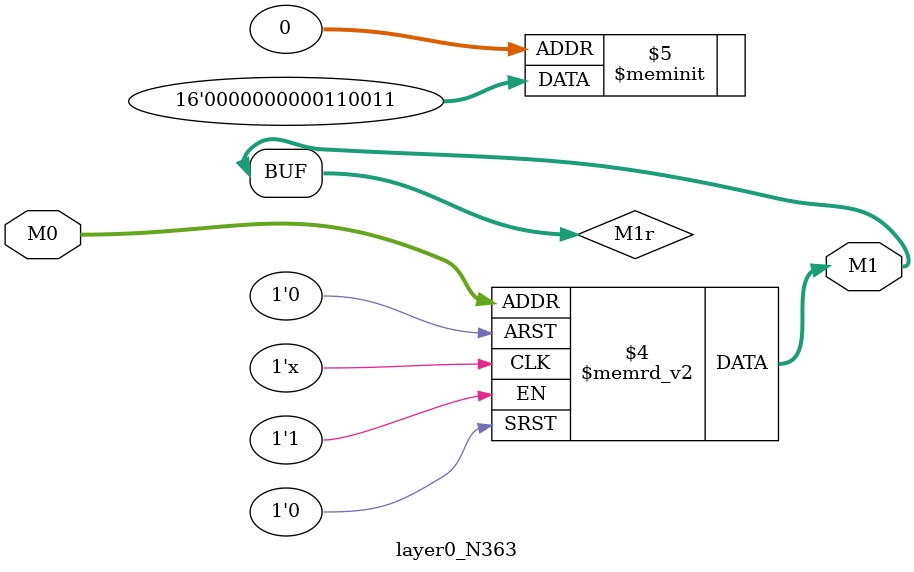
<source format=v>
module layer0_N363 ( input [2:0] M0, output [1:0] M1 );

	(*rom_style = "distributed" *) reg [1:0] M1r;
	assign M1 = M1r;
	always @ (M0) begin
		case (M0)
			3'b000: M1r = 2'b11;
			3'b100: M1r = 2'b00;
			3'b010: M1r = 2'b11;
			3'b110: M1r = 2'b00;
			3'b001: M1r = 2'b00;
			3'b101: M1r = 2'b00;
			3'b011: M1r = 2'b00;
			3'b111: M1r = 2'b00;

		endcase
	end
endmodule

</source>
